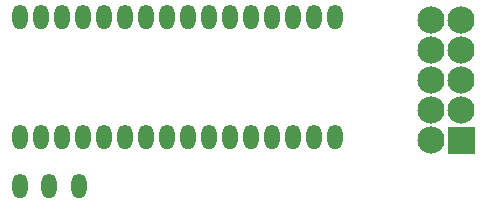
<source format=gbr>
%TF.GenerationSoftware,KiCad,Pcbnew,(5.1.7)-1*%
%TF.CreationDate,2020-11-17T20:53:12-06:00*%
%TF.ProjectId,ST72F264 Programming Interface,53543732-4632-4363-9420-50726f677261,rev?*%
%TF.SameCoordinates,Original*%
%TF.FileFunction,Soldermask,Top*%
%TF.FilePolarity,Negative*%
%FSLAX46Y46*%
G04 Gerber Fmt 4.6, Leading zero omitted, Abs format (unit mm)*
G04 Created by KiCad (PCBNEW (5.1.7)-1) date 2020-11-17 20:53:12*
%MOMM*%
%LPD*%
G01*
G04 APERTURE LIST*
%ADD10C,2.301600*%
%ADD11O,1.301600X2.101600*%
G04 APERTURE END LIST*
D10*
%TO.C,J1*%
X166040000Y-97340000D03*
X163500000Y-97340000D03*
X166040000Y-99880000D03*
X163500000Y-99880000D03*
X166040000Y-102420000D03*
X163500000Y-102420000D03*
X166040000Y-104960000D03*
X163500000Y-104960000D03*
G36*
G01*
X167140000Y-108650800D02*
X164940000Y-108650800D01*
G75*
G02*
X164889200Y-108600000I0J50800D01*
G01*
X164889200Y-106400000D01*
G75*
G02*
X164940000Y-106349200I50800J0D01*
G01*
X167140000Y-106349200D01*
G75*
G02*
X167190800Y-106400000I0J-50800D01*
G01*
X167190800Y-108600000D01*
G75*
G02*
X167140000Y-108650800I-50800J0D01*
G01*
G37*
X163500000Y-107500000D03*
%TD*%
D11*
%TO.C,Y1*%
X133660001Y-111340001D03*
X131160001Y-111340001D03*
X128660001Y-111340001D03*
%TD*%
%TO.C,U1*%
X155360001Y-107220001D03*
X155360001Y-97060001D03*
X153580001Y-107220001D03*
X153580001Y-97060001D03*
X151800001Y-107220001D03*
X151800001Y-97060001D03*
X150020001Y-107220001D03*
X150020001Y-97060001D03*
X148240001Y-107220001D03*
X148240001Y-97060001D03*
X146460001Y-107220001D03*
X146460001Y-97060001D03*
X144680001Y-107220001D03*
X144680001Y-97060001D03*
X142900001Y-107220001D03*
X142900001Y-97060001D03*
X141120001Y-107220001D03*
X141120001Y-97060001D03*
X139340001Y-107220001D03*
X139340001Y-97060001D03*
X137560001Y-107220001D03*
X137560001Y-97060001D03*
X135780001Y-107220001D03*
X135780001Y-97060001D03*
X134000001Y-107220001D03*
X134000001Y-97060001D03*
X132220001Y-107220001D03*
X132220001Y-97060001D03*
X130440001Y-107220001D03*
X130440001Y-97060001D03*
X128660001Y-107220001D03*
X128660001Y-97060001D03*
%TD*%
M02*

</source>
